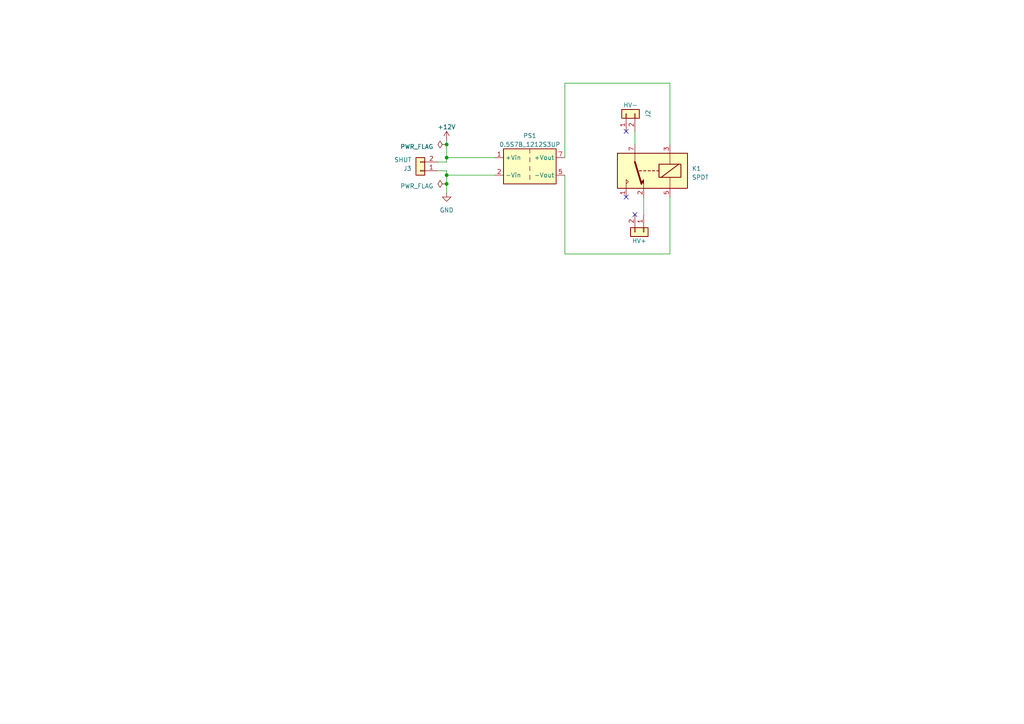
<source format=kicad_sch>
(kicad_sch (version 20230121) (generator eeschema)
  (paper "A4")
  (title_block (title "Discharge Relay Breakout PCB") (date "01/01/2022") (rev "1.0.2") (company "SUFST") (comment 1 "STAG 9") (comment 3 "Marek Frodyma"))
  (lib_symbols
    (symbol "Connector_Generic:Conn_01x02" (pin_names (offset 1.016) hide)
      (property "Reference" "J" (at 0 2.54 0))
      (property "Value" "Conn_01x02" (at 0 -5.08 0))
      (symbol "Conn_01x02_1_1"
        (rectangle (start -1.27 -2.413) (end 0 -2.667) (stroke (width 0.1524)))
        (rectangle (start -1.27 0.127) (end 0 -0.127) (stroke (width 0.1524)))
        (rectangle (start -1.27 1.27) (end 1.27 -3.81) (stroke (width 0.254)) (fill (type background)))
        (pin passive line (at -5.08 0 0) (length 3.81) (name "Pin_1") (number "1"))
        (pin passive line (at -5.08 -2.54 0) (length 3.81) (name "Pin_2") (number "2"))
      )
    )
    (symbol "SUFST:0.5S7B_1212S3UP"
      (property "Reference" "PS1" (at 2.54 6.35 0))
      (property "Value" "0.5S7B_1212S3UP" (at 0 -6.35 0))
      (symbol "0.5S7B_1212S3UP_0_0"
        (pin power_in line (at 10.16 2.54 180) (length 2.54) (name "+Vin") (number "1"))
        (pin power_in line (at 10.16 -2.54 180) (length 2.54) (name "-Vin") (number "2"))
        (pin power_out line (at -10.16 -2.54 0) (length 2.54) (name "-Vout") (number "5"))
        (pin power_out line (at -10.16 2.54 0) (length 2.54) (name "+Vout") (number "7"))
      )
      (symbol "0.5S7B_1212S3UP_0_1"
        (rectangle (start -7.62 5.08) (end 7.62 -5.08) (stroke (width 0.254)) (fill (type background)))
        (polyline (pts (xy 0 -2.54) (xy 0 -3.81)))
        (polyline (pts (xy 0 0) (xy 0 -1.27)))
        (polyline (pts (xy 0 2.54) (xy 0 1.27)))
        (polyline (pts (xy 0 5.08) (xy 0 3.81)))
      )
    )
    (symbol "SUFST:SPDT"
      (property "Reference" "K" (at 11.43 3.81 0))
      (property "Value" "SPDT" (at 11.43 1.27 0))
      (symbol "SPDT_0_0"
        (polyline (pts (xy 2.54 5.08) (xy 2.54 2.54) (xy 3.175 3.175) (xy 2.54 3.81)) (fill (type outline)))
        (polyline (pts (xy 7.62 5.08) (xy 7.62 2.54) (xy 6.985 3.175) (xy 7.62 3.81)))
      )
      (symbol "SPDT_0_1"
        (rectangle (start -10.16 5.08) (end 10.16 -5.08) (stroke (width 0.254)) (fill (type background)))
        (rectangle (start -8.255 1.905) (end -1.905 -1.905) (stroke (width 0.254)))
        (polyline (pts (xy -7.62 -1.905) (xy -2.54 1.905)) (stroke (width 0.254)))
        (polyline (pts (xy -5.08 -5.08) (xy -5.08 -1.905)))
        (polyline (pts (xy -5.08 5.08) (xy -5.08 1.905)))
        (polyline (pts (xy -1.905 0) (xy -1.27 0)) (stroke (width 0.254)))
        (polyline (pts (xy -0.635 0) (xy 0 0)) (stroke (width 0.254)))
        (polyline (pts (xy 0.635 0) (xy 1.27 0)) (stroke (width 0.254)))
        (polyline (pts (xy 1.905 0) (xy 2.54 0)) (stroke (width 0.254)))
        (polyline (pts (xy 3.175 0) (xy 3.81 0)) (stroke (width 0.254)))
        (polyline (pts (xy 5.08 -2.54) (xy 3.175 3.81)) (stroke (width 0.508)))
        (polyline (pts (xy 5.08 -2.54) (xy 5.08 -5.08)))
      )
      (symbol "SPDT_1_1"
        (pin passive line (at 7.62 7.62 270) (length 2.54) (name "~") (number "1"))
        (pin passive line (at 2.54 7.62 270) (length 2.54) (name "~") (number "2"))
        (pin passive line (at -5.08 -7.62 90) (length 2.54) (name "~") (number "3"))
        (pin passive line (at -5.08 7.62 270) (length 2.54) (name "~") (number "5"))
        (pin passive line (at 5.08 -7.62 90) (length 2.54) (name "~") (number "7"))
      )
    )
    (symbol "power:+12V" (power) (pin_names (offset 0))
      (property "Value" "+12V" (at 0 3.556 0))
      (symbol "+12V_0_1"
        (polyline (pts (xy -0.762 1.27) (xy 0 2.54)))
        (polyline (pts (xy 0 0) (xy 0 2.54)))
        (polyline (pts (xy 0 2.54) (xy 0.762 1.27)))
      )
      (symbol "+12V_1_1"
        (pin power_in line (at 0 0 90) (length 0) hide (name "+12V") (number "1"))
      )
    )
    (symbol "power:GND" (power) (pin_names (offset 0))
      (property "Value" "GND" (at 0 -3.81 0))
      (symbol "GND_0_1"
        (polyline (pts (xy 0 0) (xy 0 -1.27) (xy 1.27 -1.27) (xy 0 -2.54) (xy -1.27 -1.27) (xy 0 -1.27)))
      )
      (symbol "GND_1_1"
        (pin power_in line (at 0 0 270) (length 0) hide (name "GND") (number "1"))
      )
    )
    (symbol "power:PWR_FLAG" (power) (pin_numbers hide) (pin_names (offset 0) hide)
      (property "Value" "PWR_FLAG" (at 0 3.81 0))
      (symbol "PWR_FLAG_0_0"
        (pin power_out line (at 0 0 90) (length 0) (name "pwr") (number "1"))
      )
      (symbol "PWR_FLAG_0_1"
        (polyline (pts (xy 0 0) (xy 0 1.27) (xy -1.016 1.905) (xy 0 2.54) (xy 1.016 1.905) (xy 0 1.27)))
      )
    )
  )
  (junction (at 129.54 45.72))
  (junction (at 129.54 50.8))
  (junction (at 129.54 41.91))
  (junction (at 129.54 53.34))
  (no_connect (at 181.61 38.1))
  (no_connect (at 184.15 62.23))
  (no_connect (at 181.61 57.15))
  (wire (pts (xy 127 49.53) (xy 129.54 49.53)))
  (wire (pts (xy 184.15 41.91) (xy 184.15 38.1)))
  (wire (pts (xy 186.69 62.23) (xy 186.69 57.15)))
  (wire (pts (xy 163.83 50.8) (xy 163.83 73.66)))
  (wire (pts (xy 129.54 50.8) (xy 143.51 50.8)))
  (wire (pts (xy 129.54 45.72) (xy 143.51 45.72)))
  (wire (pts (xy 129.54 50.8) (xy 129.54 53.34)))
  (wire (pts (xy 194.31 24.13) (xy 194.31 41.91)))
  (wire (pts (xy 163.83 24.13) (xy 194.31 24.13)))
  (wire (pts (xy 163.83 45.72) (xy 163.83 24.13)))
  (wire (pts (xy 163.83 73.66) (xy 194.31 73.66)))
  (wire (pts (xy 129.54 40.64) (xy 129.54 41.91)))
  (wire (pts (xy 194.31 73.66) (xy 194.31 57.15)))
  (wire (pts (xy 129.54 45.72) (xy 129.54 46.99)))
  (wire (pts (xy 129.54 41.91) (xy 129.54 45.72)))
  (wire (pts (xy 127 46.99) (xy 129.54 46.99)))
  (wire (pts (xy 129.54 49.53) (xy 129.54 50.8)))
  (wire (pts (xy 129.54 53.34) (xy 129.54 55.88)))
  (symbol (lib_id "Connector_Generic:Conn_01x02") (at 121.92 49.53 180) (unit 1)
    (property "Reference" "J3" (at 119.38 48.895 0) (effects (justify left)))
    (property "Value" "SHUT" (at 119.38 46.355 0) (effects (justify left)))
    (property "Footprint" "Connector_Molex:Molex_Micro-Fit_3.0_43650-0215_1x02_P3.00mm_Vertical" (effects hide))
  )
  (symbol (lib_id "power:GND") (at 129.54 55.88 0) (unit 1)
    (property "Reference" "#PWR02" (effects hide))
    (property "Value" "GND" (at 129.54 60.96 0))
  )
  (symbol (lib_id "power:PWR_FLAG") (at 129.54 41.91 90) (unit 1)
    (property "Reference" "#FLG01" (effects hide))
    (property "Value" "PWR_FLAG" (at 125.73 42.545 90) (effects (justify left)))
  )
  (symbol (lib_id "power:+12V") (at 129.54 40.64 0) (unit 1)
    (property "Reference" "#PWR01" (effects hide))
    (property "Value" "+12V" (at 129.54 36.83 0))
  )
  (symbol (lib_id "power:PWR_FLAG") (at 129.54 53.34 90) (unit 1)
    (property "Reference" "#FLG02" (effects hide))
    (property "Value" "PWR_FLAG" (at 125.73 53.975 90) (effects (justify left)))
  )
  (symbol (lib_id "SUFST:SPDT") (at 189.23 49.53 180) (unit 1)
    (property "Reference" "K1" (at 200.66 48.895 0) (effects (justify right)))
    (property "Value" "SPDT" (at 200.66 51.435 0) (effects (justify right)))
    (property "Footprint" "SUFST:pickering-67-1-c" (effects hide))
    (property "Datasheet" "https://www.pickeringrelay.com/pdfs/67-68-high-voltage-reed-relays.pdf" (effects hide))
  )
  (symbol (lib_id "SUFST:0.5S7B_1212S3UP") (at 153.67 48.26 0) (mirror y) (unit 1)
    (property "Reference" "PS1" (at 153.67 39.37 0))
    (property "Value" "0.5S7B_1212S3UP" (at 153.67 41.91 0))
    (property "Footprint" "SUFST:0.5S7B_1212S3UP" (effects hide))
    (property "Datasheet" "https://www.xppower.com/pdfs/SF_ITX.pdf" (effects hide))
  )
  (symbol (lib_id "Connector_Generic:Conn_01x02") (at 186.69 67.31 270) (unit 1)
    (property "Reference" "J1" (effects hide))
    (property "Value" "HV+" (at 185.42 69.85 90))
    (property "Footprint" "Connector_Molex:Molex_Micro-Fit_3.0_43650-0200_1x02_P3.00mm_Horizontal" (effects hide))
  )
  (symbol (lib_id "Connector_Generic:Conn_01x02") (at 181.61 33.02 90) (unit 1)
    (property "Reference" "J2" (at 187.96 33.02 0))
    (property "Value" "HV-" (at 182.88 30.48 90))
    (property "Footprint" "Connector_Molex:Molex_Micro-Fit_3.0_43650-0200_1x02_P3.00mm_Horizontal" (effects hide))
  )
)
</source>
